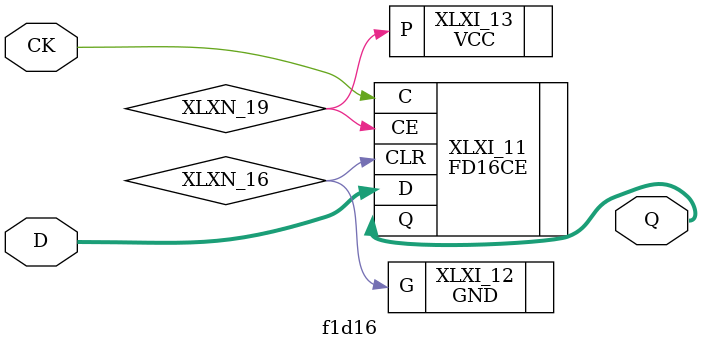
<source format=v>
module f1d16(CK, 
                                 D, 
                                 Q);

    input CK;
    input [15:0] D;
   output [15:0] Q;
   
   wire XLXN_16;
   wire XLXN_19;
   
   (* HU_SET = "XLXI_11_7" *) 
   FD16CE  XLXI_11 (.C(CK), 
                                         .CE(XLXN_19), 
                                         .CLR(XLXN_16), 
                                         .D(D[15:0]), 
                                         .Q(Q[15:0]));
   GND  XLXI_12 (.G(XLXN_16));
   VCC  XLXI_13 (.P(XLXN_19));
endmodule
</source>
